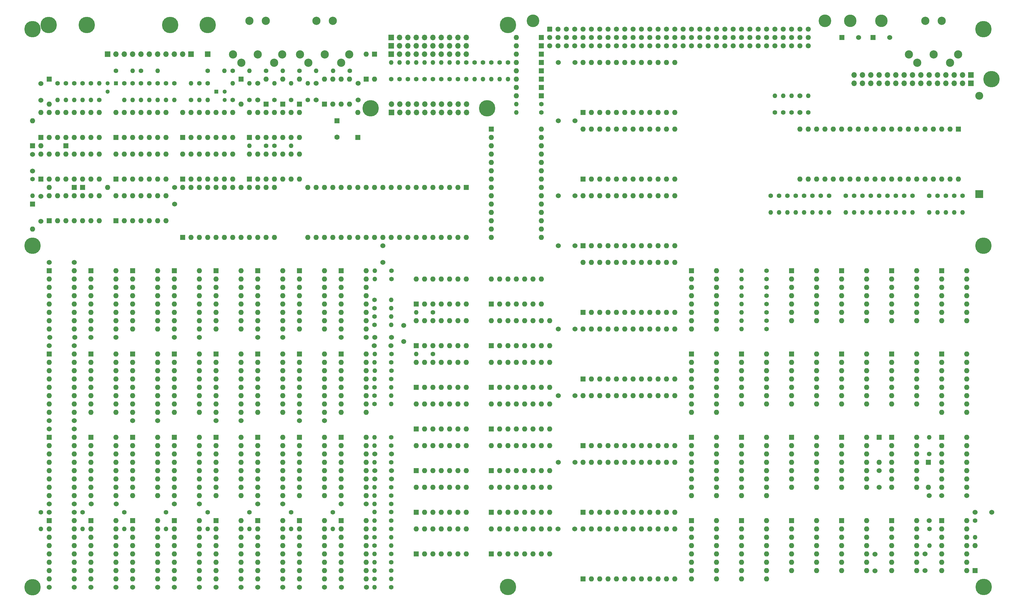
<source format=gbr>
%TF.GenerationSoftware,KiCad,Pcbnew,7.0.6-0*%
%TF.CreationDate,2023-11-17T13:24:16+02:00*%
%TF.ProjectId,main,6d61696e-2e6b-4696-9361-645f70636258,rev?*%
%TF.SameCoordinates,Original*%
%TF.FileFunction,Soldermask,Bot*%
%TF.FilePolarity,Negative*%
%FSLAX46Y46*%
G04 Gerber Fmt 4.6, Leading zero omitted, Abs format (unit mm)*
G04 Created by KiCad (PCBNEW 7.0.6-0) date 2023-11-17 13:24:16*
%MOMM*%
%LPD*%
G01*
G04 APERTURE LIST*
G04 Aperture macros list*
%AMRoundRect*
0 Rectangle with rounded corners*
0 $1 Rounding radius*
0 $2 $3 $4 $5 $6 $7 $8 $9 X,Y pos of 4 corners*
0 Add a 4 corners polygon primitive as box body*
4,1,4,$2,$3,$4,$5,$6,$7,$8,$9,$2,$3,0*
0 Add four circle primitives for the rounded corners*
1,1,$1+$1,$2,$3*
1,1,$1+$1,$4,$5*
1,1,$1+$1,$6,$7*
1,1,$1+$1,$8,$9*
0 Add four rect primitives between the rounded corners*
20,1,$1+$1,$2,$3,$4,$5,0*
20,1,$1+$1,$4,$5,$6,$7,0*
20,1,$1+$1,$6,$7,$8,$9,0*
20,1,$1+$1,$8,$9,$2,$3,0*%
G04 Aperture macros list end*
%ADD10C,1.400000*%
%ADD11O,1.400000X1.400000*%
%ADD12R,1.600000X1.600000*%
%ADD13O,1.600000X1.600000*%
%ADD14C,1.524000*%
%ADD15C,1.600000*%
%ADD16R,1.300000X1.300000*%
%ADD17C,1.300000*%
%ADD18C,2.500000*%
%ADD19R,1.700000X1.700000*%
%ADD20O,1.700000X1.700000*%
%ADD21R,2.400000X2.400000*%
%ADD22O,2.400000X2.400000*%
%ADD23C,5.000000*%
%ADD24C,1.500000*%
%ADD25C,3.850000*%
%ADD26RoundRect,0.249999X-0.525001X-0.525001X0.525001X-0.525001X0.525001X0.525001X-0.525001X0.525001X0*%
%ADD27C,1.550000*%
%ADD28R,1.524000X1.524000*%
%ADD29C,3.800000*%
G04 APERTURE END LIST*
D10*
%TO.C,R12*%
X109778800Y-202565000D03*
D11*
X109778800Y-207645000D03*
%TD*%
D10*
%TO.C,R69*%
X274878800Y-80645000D03*
D11*
X274878800Y-75565000D03*
%TD*%
D10*
%TO.C,R14*%
X84378800Y-202565000D03*
D11*
X84378800Y-207645000D03*
%TD*%
D10*
%TO.C,R17*%
X46278800Y-202565000D03*
D11*
X46278800Y-207645000D03*
%TD*%
D10*
%TO.C,R16*%
X58978800Y-202565000D03*
D11*
X58978800Y-207645000D03*
%TD*%
D10*
%TO.C,R15*%
X71678800Y-202565000D03*
D11*
X71678800Y-207645000D03*
%TD*%
D10*
%TO.C,R11*%
X122478800Y-202565000D03*
D11*
X122478800Y-207645000D03*
%TD*%
D10*
%TO.C,R68*%
X272338800Y-80645000D03*
D11*
X272338800Y-75565000D03*
%TD*%
D10*
%TO.C,R13*%
X97078800Y-202565000D03*
D11*
X97078800Y-207645000D03*
%TD*%
D10*
%TO.C,R67*%
X269798800Y-80645000D03*
D11*
X269798800Y-75565000D03*
%TD*%
D12*
%TO.C,D2*%
X316534800Y-187325000D03*
D13*
X316534800Y-194945000D03*
%TD*%
D14*
%TO.C,C41*%
X277418800Y-80645000D03*
X277418800Y-75565000D03*
%TD*%
D12*
%TO.C,D1*%
X330758800Y-220345000D03*
D13*
X330758800Y-212725000D03*
%TD*%
D12*
%TO.C,D3*%
X301548800Y-179705000D03*
D13*
X301548800Y-187325000D03*
%TD*%
D14*
%TO.C,C16*%
X203838800Y-187325000D03*
X208918800Y-187325000D03*
%TD*%
%TO.C,C22*%
X203838800Y-167005000D03*
X208918800Y-167005000D03*
%TD*%
%TO.C,C31*%
X203838800Y-146685000D03*
X208918800Y-146685000D03*
%TD*%
%TO.C,C38*%
X203838800Y-106045000D03*
X208918800Y-106045000D03*
%TD*%
%TO.C,C40*%
X203838800Y-83185000D03*
X208918800Y-83185000D03*
%TD*%
D12*
%TO.C,D4*%
X48818800Y-70485000D03*
D13*
X48818800Y-78105000D03*
%TD*%
D12*
%TO.C,DBR1*%
X53898800Y-90805000D03*
D13*
X46278800Y-90805000D03*
%TD*%
D12*
%TO.C,DBR5*%
X56438800Y-103505000D03*
D13*
X48818800Y-103505000D03*
%TD*%
D12*
%TO.C,DBR4*%
X43738800Y-108585000D03*
D13*
X43738800Y-116205000D03*
%TD*%
D14*
%TO.C,C23*%
X48818800Y-151765000D03*
X56438800Y-151765000D03*
%TD*%
%TO.C,C7*%
X48818800Y-202577700D03*
X56438800Y-202577700D03*
%TD*%
%TO.C,C32*%
X48818800Y-126365000D03*
X56438800Y-126365000D03*
%TD*%
%TO.C,C12*%
X112318800Y-200025000D03*
X119938800Y-200025000D03*
%TD*%
%TO.C,C13*%
X137718800Y-200025000D03*
X145338800Y-200025000D03*
%TD*%
%TO.C,C25*%
X48938800Y-149225000D03*
X56558800Y-149225000D03*
%TD*%
%TO.C,C21*%
X125018800Y-174625000D03*
X132638800Y-174625000D03*
%TD*%
%TO.C,C20*%
X99618800Y-174625000D03*
X107238800Y-174625000D03*
%TD*%
%TO.C,C26*%
X69138800Y-149225000D03*
X61518800Y-149225000D03*
%TD*%
%TO.C,C11*%
X86918800Y-200025000D03*
X94538800Y-200025000D03*
%TD*%
%TO.C,C29*%
X145338800Y-149225000D03*
X137718800Y-149225000D03*
%TD*%
%TO.C,C28*%
X119938800Y-149225000D03*
X112318800Y-149225000D03*
%TD*%
%TO.C,C27*%
X94538800Y-149225000D03*
X86918800Y-149225000D03*
%TD*%
%TO.C,C19*%
X74218800Y-174625000D03*
X81838800Y-174625000D03*
%TD*%
%TO.C,C10*%
X61588000Y-200025000D03*
X69208000Y-200025000D03*
%TD*%
%TO.C,C9*%
X56438800Y-200025000D03*
X48818800Y-200025000D03*
%TD*%
%TO.C,C2*%
X74218800Y-225425000D03*
X81838800Y-225425000D03*
%TD*%
%TO.C,C1*%
X48818800Y-225425000D03*
X56438800Y-225425000D03*
%TD*%
D12*
%TO.C,U86*%
X69138800Y-88265000D03*
D13*
X71678800Y-88265000D03*
X74218800Y-88265000D03*
X76758800Y-88265000D03*
X79298800Y-88265000D03*
X81838800Y-88265000D03*
X84378800Y-88265000D03*
X84378800Y-80645000D03*
X81838800Y-80645000D03*
X79298800Y-80645000D03*
X76758800Y-80645000D03*
X74218800Y-80645000D03*
X71678800Y-80645000D03*
X69138800Y-80645000D03*
%TD*%
D12*
%TO.C,U78*%
X69138800Y-113665000D03*
D13*
X71678800Y-113665000D03*
X74218800Y-113665000D03*
X76758800Y-113665000D03*
X79298800Y-113665000D03*
X81838800Y-113665000D03*
X84378800Y-113665000D03*
X84378800Y-106045000D03*
X81838800Y-106045000D03*
X79298800Y-106045000D03*
X76758800Y-106045000D03*
X74218800Y-106045000D03*
X71678800Y-106045000D03*
X69138800Y-106045000D03*
%TD*%
D12*
%TO.C,U77*%
X48818800Y-113665000D03*
D13*
X51358800Y-113665000D03*
X53898800Y-113665000D03*
X56438800Y-113665000D03*
X58978800Y-113665000D03*
X61518800Y-113665000D03*
X64058800Y-113665000D03*
X64058800Y-106045000D03*
X61518800Y-106045000D03*
X58978800Y-106045000D03*
X56438800Y-106045000D03*
X53898800Y-106045000D03*
X51358800Y-106045000D03*
X48818800Y-106045000D03*
%TD*%
D12*
%TO.C,U80*%
X46278800Y-100965000D03*
D13*
X48818800Y-100965000D03*
X51358800Y-100965000D03*
X53898800Y-100965000D03*
X56438800Y-100965000D03*
X58978800Y-100965000D03*
X61518800Y-100965000D03*
X64058800Y-100965000D03*
X64058800Y-93345000D03*
X61518800Y-93345000D03*
X58978800Y-93345000D03*
X56438800Y-93345000D03*
X53898800Y-93345000D03*
X51358800Y-93345000D03*
X48818800Y-93345000D03*
X46278800Y-93345000D03*
%TD*%
D12*
%TO.C,U83*%
X109778800Y-100965000D03*
D13*
X112318800Y-100965000D03*
X114858800Y-100965000D03*
X117398800Y-100965000D03*
X119938800Y-100965000D03*
X122478800Y-100965000D03*
X125018800Y-100965000D03*
X125018800Y-93345000D03*
X122478800Y-93345000D03*
X119938800Y-93345000D03*
X117398800Y-93345000D03*
X114858800Y-93345000D03*
X112318800Y-93345000D03*
X109778800Y-93345000D03*
%TD*%
D12*
%TO.C,U81*%
X69138800Y-100965000D03*
D13*
X71678800Y-100965000D03*
X74218800Y-100965000D03*
X76758800Y-100965000D03*
X79298800Y-100965000D03*
X81838800Y-100965000D03*
X84378800Y-100965000D03*
X84378800Y-93345000D03*
X81838800Y-93345000D03*
X79298800Y-93345000D03*
X76758800Y-93345000D03*
X74218800Y-93345000D03*
X71678800Y-93345000D03*
X69138800Y-93345000D03*
%TD*%
D12*
%TO.C,U88*%
X109778800Y-88265000D03*
D13*
X112318800Y-88265000D03*
X114858800Y-88265000D03*
X117398800Y-88265000D03*
X119938800Y-88265000D03*
X122478800Y-88265000D03*
X125018800Y-88265000D03*
X125018800Y-80645000D03*
X122478800Y-80645000D03*
X119938800Y-80645000D03*
X117398800Y-80645000D03*
X114858800Y-80645000D03*
X112318800Y-80645000D03*
X109778800Y-80645000D03*
%TD*%
D12*
%TO.C,U37*%
X320598800Y-179705000D03*
D13*
X320598800Y-182245000D03*
X320598800Y-184785000D03*
X320598800Y-187325000D03*
X320598800Y-189865000D03*
X320598800Y-192405000D03*
X320598800Y-194945000D03*
X328218800Y-194945000D03*
X328218800Y-192405000D03*
X328218800Y-189865000D03*
X328218800Y-187325000D03*
X328218800Y-184785000D03*
X328218800Y-182245000D03*
X328218800Y-179705000D03*
%TD*%
D12*
%TO.C,U52*%
X259638800Y-154305000D03*
D13*
X259638800Y-156845000D03*
X259638800Y-159385000D03*
X259638800Y-161925000D03*
X259638800Y-164465000D03*
X259638800Y-167005000D03*
X259638800Y-169545000D03*
X267258800Y-169545000D03*
X267258800Y-167005000D03*
X267258800Y-164465000D03*
X267258800Y-161925000D03*
X267258800Y-159385000D03*
X267258800Y-156845000D03*
X267258800Y-154305000D03*
%TD*%
D12*
%TO.C,U36*%
X305358800Y-179705000D03*
D13*
X305358800Y-182245000D03*
X305358800Y-184785000D03*
X305358800Y-187325000D03*
X305358800Y-189865000D03*
X305358800Y-192405000D03*
X305358800Y-194945000D03*
X312978800Y-194945000D03*
X312978800Y-192405000D03*
X312978800Y-189865000D03*
X312978800Y-187325000D03*
X312978800Y-184785000D03*
X312978800Y-182245000D03*
X312978800Y-179705000D03*
%TD*%
D12*
%TO.C,U17*%
X320598800Y-205105000D03*
D13*
X320598800Y-207645000D03*
X320598800Y-210185000D03*
X320598800Y-212725000D03*
X320598800Y-215265000D03*
X320598800Y-217805000D03*
X320598800Y-220345000D03*
X328218800Y-220345000D03*
X328218800Y-217805000D03*
X328218800Y-215265000D03*
X328218800Y-212725000D03*
X328218800Y-210185000D03*
X328218800Y-207645000D03*
X328218800Y-205105000D03*
%TD*%
D12*
%TO.C,U16*%
X305358800Y-205105000D03*
D13*
X305358800Y-207645000D03*
X305358800Y-210185000D03*
X305358800Y-212725000D03*
X305358800Y-215265000D03*
X305358800Y-217805000D03*
X305358800Y-220345000D03*
X312978800Y-220345000D03*
X312978800Y-217805000D03*
X312978800Y-215265000D03*
X312978800Y-212725000D03*
X312978800Y-210185000D03*
X312978800Y-207645000D03*
X312978800Y-205105000D03*
%TD*%
D12*
%TO.C,U14*%
X274878800Y-205105000D03*
D13*
X274878800Y-207645000D03*
X274878800Y-210185000D03*
X274878800Y-212725000D03*
X274878800Y-215265000D03*
X274878800Y-217805000D03*
X274878800Y-220345000D03*
X282498800Y-220345000D03*
X282498800Y-217805000D03*
X282498800Y-215265000D03*
X282498800Y-212725000D03*
X282498800Y-210185000D03*
X282498800Y-207645000D03*
X282498800Y-205105000D03*
%TD*%
D12*
%TO.C,U76*%
X89458800Y-118745000D03*
D13*
X91998800Y-118745000D03*
X94538800Y-118745000D03*
X97078800Y-118745000D03*
X99618800Y-118745000D03*
X102158800Y-118745000D03*
X104698800Y-118745000D03*
X107238800Y-118745000D03*
X109778800Y-118745000D03*
X112318800Y-118745000D03*
X114858800Y-118745000D03*
X117398800Y-118745000D03*
X117398800Y-103505000D03*
X114858800Y-103505000D03*
X112318800Y-103505000D03*
X109778800Y-103505000D03*
X107238800Y-103505000D03*
X104698800Y-103505000D03*
X102158800Y-103505000D03*
X99618800Y-103505000D03*
X97078800Y-103505000D03*
X94538800Y-103505000D03*
X91998800Y-103505000D03*
X89458800Y-103505000D03*
%TD*%
D12*
%TO.C,U90*%
X325678800Y-85725000D03*
D13*
X323138800Y-85725000D03*
X320598800Y-85725000D03*
X318058800Y-85725000D03*
X315518800Y-85725000D03*
X312978800Y-85725000D03*
X310438800Y-85725000D03*
X307898800Y-85725000D03*
X305358800Y-85725000D03*
X302818800Y-85725000D03*
X300278800Y-85725000D03*
X297738800Y-85725000D03*
X295198800Y-85725000D03*
X292658800Y-85725000D03*
X290118800Y-85725000D03*
X287578800Y-85725000D03*
X285038800Y-85725000D03*
X282498800Y-85725000D03*
X279958800Y-85725000D03*
X277418800Y-85725000D03*
X277418800Y-100965000D03*
X279958800Y-100965000D03*
X282498800Y-100965000D03*
X285038800Y-100965000D03*
X287578800Y-100965000D03*
X290118800Y-100965000D03*
X292658800Y-100965000D03*
X295198800Y-100965000D03*
X297738800Y-100965000D03*
X300278800Y-100965000D03*
X302818800Y-100965000D03*
X305358800Y-100965000D03*
X307898800Y-100965000D03*
X310438800Y-100965000D03*
X312978800Y-100965000D03*
X315518800Y-100965000D03*
X318058800Y-100965000D03*
X320598800Y-100965000D03*
X323138800Y-100965000D03*
X325678800Y-100965000D03*
%TD*%
D12*
%TO.C,U75*%
X211378800Y-121285000D03*
D13*
X213918800Y-121285000D03*
X216458800Y-121285000D03*
X218998800Y-121285000D03*
X221538800Y-121285000D03*
X224078800Y-121285000D03*
X226618800Y-121285000D03*
X229158800Y-121285000D03*
X231698800Y-121285000D03*
X234238800Y-121285000D03*
X236778800Y-121285000D03*
X239318800Y-121285000D03*
X239318800Y-106045000D03*
X236778800Y-106045000D03*
X234238800Y-106045000D03*
X231698800Y-106045000D03*
X229158800Y-106045000D03*
X226618800Y-106045000D03*
X224078800Y-106045000D03*
X221538800Y-106045000D03*
X218998800Y-106045000D03*
X216458800Y-106045000D03*
X213918800Y-106045000D03*
X211378800Y-106045000D03*
%TD*%
D12*
%TO.C,U74*%
X320598800Y-128905000D03*
D13*
X320598800Y-131445000D03*
X320598800Y-133985000D03*
X320598800Y-136525000D03*
X320598800Y-139065000D03*
X320598800Y-141605000D03*
X320598800Y-144145000D03*
X328218800Y-144145000D03*
X328218800Y-141605000D03*
X328218800Y-139065000D03*
X328218800Y-136525000D03*
X328218800Y-133985000D03*
X328218800Y-131445000D03*
X328218800Y-128905000D03*
%TD*%
D12*
%TO.C,U73*%
X305358800Y-128905000D03*
D13*
X305358800Y-131445000D03*
X305358800Y-133985000D03*
X305358800Y-136525000D03*
X305358800Y-139065000D03*
X305358800Y-141605000D03*
X305358800Y-144145000D03*
X312978800Y-144145000D03*
X312978800Y-141605000D03*
X312978800Y-139065000D03*
X312978800Y-136525000D03*
X312978800Y-133985000D03*
X312978800Y-131445000D03*
X312978800Y-128905000D03*
%TD*%
D12*
%TO.C,U72*%
X290118800Y-128905000D03*
D13*
X290118800Y-131445000D03*
X290118800Y-133985000D03*
X290118800Y-136525000D03*
X290118800Y-139065000D03*
X290118800Y-141605000D03*
X290118800Y-144145000D03*
X297738800Y-144145000D03*
X297738800Y-141605000D03*
X297738800Y-139065000D03*
X297738800Y-136525000D03*
X297738800Y-133985000D03*
X297738800Y-131445000D03*
X297738800Y-128905000D03*
%TD*%
D12*
%TO.C,U68*%
X125018800Y-128905000D03*
D13*
X125018800Y-131445000D03*
X125018800Y-133985000D03*
X125018800Y-136525000D03*
X125018800Y-139065000D03*
X125018800Y-141605000D03*
X125018800Y-144145000D03*
X125018800Y-146685000D03*
X132638800Y-146685000D03*
X132638800Y-144145000D03*
X132638800Y-141605000D03*
X132638800Y-139065000D03*
X132638800Y-136525000D03*
X132638800Y-133985000D03*
X132638800Y-131445000D03*
X132638800Y-128905000D03*
%TD*%
D12*
%TO.C,U71*%
X274878800Y-128905000D03*
D13*
X274878800Y-131445000D03*
X274878800Y-133985000D03*
X274878800Y-136525000D03*
X274878800Y-139065000D03*
X274878800Y-141605000D03*
X274878800Y-144145000D03*
X282498800Y-144145000D03*
X282498800Y-141605000D03*
X282498800Y-139065000D03*
X282498800Y-136525000D03*
X282498800Y-133985000D03*
X282498800Y-131445000D03*
X282498800Y-128905000D03*
%TD*%
D12*
%TO.C,U70*%
X244398800Y-128905000D03*
D13*
X244398800Y-131445000D03*
X244398800Y-133985000D03*
X244398800Y-136525000D03*
X244398800Y-139065000D03*
X244398800Y-141605000D03*
X244398800Y-144145000D03*
X244398800Y-146685000D03*
X252018800Y-146685000D03*
X252018800Y-144145000D03*
X252018800Y-141605000D03*
X252018800Y-139065000D03*
X252018800Y-136525000D03*
X252018800Y-133985000D03*
X252018800Y-131445000D03*
X252018800Y-128905000D03*
%TD*%
D12*
%TO.C,U69*%
X137718800Y-128905000D03*
D13*
X137718800Y-131445000D03*
X137718800Y-133985000D03*
X137718800Y-136525000D03*
X137718800Y-139065000D03*
X137718800Y-141605000D03*
X137718800Y-144145000D03*
X137718800Y-146685000D03*
X145338800Y-146685000D03*
X145338800Y-144145000D03*
X145338800Y-141605000D03*
X145338800Y-139065000D03*
X145338800Y-136525000D03*
X145338800Y-133985000D03*
X145338800Y-131445000D03*
X145338800Y-128905000D03*
%TD*%
D12*
%TO.C,U67*%
X112318800Y-128905000D03*
D13*
X112318800Y-131445000D03*
X112318800Y-133985000D03*
X112318800Y-136525000D03*
X112318800Y-139065000D03*
X112318800Y-141605000D03*
X112318800Y-144145000D03*
X112318800Y-146685000D03*
X119938800Y-146685000D03*
X119938800Y-144145000D03*
X119938800Y-141605000D03*
X119938800Y-139065000D03*
X119938800Y-136525000D03*
X119938800Y-133985000D03*
X119938800Y-131445000D03*
X119938800Y-128905000D03*
%TD*%
D12*
%TO.C,U66*%
X99618800Y-128905000D03*
D13*
X99618800Y-131445000D03*
X99618800Y-133985000D03*
X99618800Y-136525000D03*
X99618800Y-139065000D03*
X99618800Y-141605000D03*
X99618800Y-144145000D03*
X99618800Y-146685000D03*
X107238800Y-146685000D03*
X107238800Y-144145000D03*
X107238800Y-141605000D03*
X107238800Y-139065000D03*
X107238800Y-136525000D03*
X107238800Y-133985000D03*
X107238800Y-131445000D03*
X107238800Y-128905000D03*
%TD*%
D12*
%TO.C,U64*%
X74218800Y-128905000D03*
D13*
X74218800Y-131445000D03*
X74218800Y-133985000D03*
X74218800Y-136525000D03*
X74218800Y-139065000D03*
X74218800Y-141605000D03*
X74218800Y-144145000D03*
X74218800Y-146685000D03*
X81838800Y-146685000D03*
X81838800Y-144145000D03*
X81838800Y-141605000D03*
X81838800Y-139065000D03*
X81838800Y-136525000D03*
X81838800Y-133985000D03*
X81838800Y-131445000D03*
X81838800Y-128905000D03*
%TD*%
D12*
%TO.C,U63*%
X61518800Y-128905000D03*
D13*
X61518800Y-131445000D03*
X61518800Y-133985000D03*
X61518800Y-136525000D03*
X61518800Y-139065000D03*
X61518800Y-141605000D03*
X61518800Y-144145000D03*
X61518800Y-146685000D03*
X69138800Y-146685000D03*
X69138800Y-144145000D03*
X69138800Y-141605000D03*
X69138800Y-139065000D03*
X69138800Y-136525000D03*
X69138800Y-133985000D03*
X69138800Y-131445000D03*
X69138800Y-128905000D03*
%TD*%
D12*
%TO.C,U46*%
X86918800Y-154305000D03*
D13*
X86918800Y-156845000D03*
X86918800Y-159385000D03*
X86918800Y-161925000D03*
X86918800Y-164465000D03*
X86918800Y-167005000D03*
X86918800Y-169545000D03*
X86918800Y-172085000D03*
X94538800Y-172085000D03*
X94538800Y-169545000D03*
X94538800Y-167005000D03*
X94538800Y-164465000D03*
X94538800Y-161925000D03*
X94538800Y-159385000D03*
X94538800Y-156845000D03*
X94538800Y-154305000D03*
%TD*%
D12*
%TO.C,U62*%
X48818800Y-128905000D03*
D13*
X48818800Y-131445000D03*
X48818800Y-133985000D03*
X48818800Y-136525000D03*
X48818800Y-139065000D03*
X48818800Y-141605000D03*
X48818800Y-144145000D03*
X48818800Y-146685000D03*
X56438800Y-146685000D03*
X56438800Y-144145000D03*
X56438800Y-141605000D03*
X56438800Y-139065000D03*
X56438800Y-136525000D03*
X56438800Y-133985000D03*
X56438800Y-131445000D03*
X56438800Y-128905000D03*
%TD*%
D12*
%TO.C,U60*%
X160578800Y-139065000D03*
D13*
X163118800Y-139065000D03*
X165658800Y-139065000D03*
X168198800Y-139065000D03*
X170738800Y-139065000D03*
X173278800Y-139065000D03*
X175818800Y-139065000D03*
X175818800Y-131445000D03*
X173278800Y-131445000D03*
X170738800Y-131445000D03*
X168198800Y-131445000D03*
X165658800Y-131445000D03*
X163118800Y-131445000D03*
X160578800Y-131445000D03*
%TD*%
D12*
%TO.C,U59*%
X211378800Y-141605000D03*
D13*
X213918800Y-141605000D03*
X216458800Y-141605000D03*
X218998800Y-141605000D03*
X221538800Y-141605000D03*
X224078800Y-141605000D03*
X226618800Y-141605000D03*
X229158800Y-141605000D03*
X231698800Y-141605000D03*
X234238800Y-141605000D03*
X236778800Y-141605000D03*
X239318800Y-141605000D03*
X239318800Y-126365000D03*
X236778800Y-126365000D03*
X234238800Y-126365000D03*
X231698800Y-126365000D03*
X229158800Y-126365000D03*
X226618800Y-126365000D03*
X224078800Y-126365000D03*
X221538800Y-126365000D03*
X218998800Y-126365000D03*
X216458800Y-126365000D03*
X213918800Y-126365000D03*
X211378800Y-126365000D03*
%TD*%
D12*
%TO.C,U57*%
X160578800Y-151765000D03*
D13*
X163118800Y-151765000D03*
X165658800Y-151765000D03*
X168198800Y-151765000D03*
X170738800Y-151765000D03*
X173278800Y-151765000D03*
X175818800Y-151765000D03*
X175818800Y-144145000D03*
X173278800Y-144145000D03*
X170738800Y-144145000D03*
X168198800Y-144145000D03*
X165658800Y-144145000D03*
X163118800Y-144145000D03*
X160578800Y-144145000D03*
%TD*%
D12*
%TO.C,U50*%
X137718800Y-154305000D03*
D13*
X137718800Y-156845000D03*
X137718800Y-159385000D03*
X137718800Y-161925000D03*
X137718800Y-164465000D03*
X137718800Y-167005000D03*
X137718800Y-169545000D03*
X137718800Y-172085000D03*
X145338800Y-172085000D03*
X145338800Y-169545000D03*
X145338800Y-167005000D03*
X145338800Y-164465000D03*
X145338800Y-161925000D03*
X145338800Y-159385000D03*
X145338800Y-156845000D03*
X145338800Y-154305000D03*
%TD*%
D12*
%TO.C,U48*%
X112318800Y-154305000D03*
D13*
X112318800Y-156845000D03*
X112318800Y-159385000D03*
X112318800Y-161925000D03*
X112318800Y-164465000D03*
X112318800Y-167005000D03*
X112318800Y-169545000D03*
X112318800Y-172085000D03*
X119938800Y-172085000D03*
X119938800Y-169545000D03*
X119938800Y-167005000D03*
X119938800Y-164465000D03*
X119938800Y-161925000D03*
X119938800Y-159385000D03*
X119938800Y-156845000D03*
X119938800Y-154305000D03*
%TD*%
D12*
%TO.C,U51*%
X244398800Y-154305000D03*
D13*
X244398800Y-156845000D03*
X244398800Y-159385000D03*
X244398800Y-161925000D03*
X244398800Y-164465000D03*
X244398800Y-167005000D03*
X244398800Y-169545000D03*
X244398800Y-172085000D03*
X252018800Y-172085000D03*
X252018800Y-169545000D03*
X252018800Y-167005000D03*
X252018800Y-164465000D03*
X252018800Y-161925000D03*
X252018800Y-159385000D03*
X252018800Y-156845000D03*
X252018800Y-154305000D03*
%TD*%
D12*
%TO.C,U45*%
X74218800Y-154305000D03*
D13*
X74218800Y-156845000D03*
X74218800Y-159385000D03*
X74218800Y-161925000D03*
X74218800Y-164465000D03*
X74218800Y-167005000D03*
X74218800Y-169545000D03*
X74218800Y-172085000D03*
X81838800Y-172085000D03*
X81838800Y-169545000D03*
X81838800Y-167005000D03*
X81838800Y-164465000D03*
X81838800Y-161925000D03*
X81838800Y-159385000D03*
X81838800Y-156845000D03*
X81838800Y-154305000D03*
%TD*%
D12*
%TO.C,U54*%
X290118800Y-154305000D03*
D13*
X290118800Y-156845000D03*
X290118800Y-159385000D03*
X290118800Y-161925000D03*
X290118800Y-164465000D03*
X290118800Y-167005000D03*
X290118800Y-169545000D03*
X297738800Y-169545000D03*
X297738800Y-167005000D03*
X297738800Y-164465000D03*
X297738800Y-161925000D03*
X297738800Y-159385000D03*
X297738800Y-156845000D03*
X297738800Y-154305000D03*
%TD*%
D12*
%TO.C,U53*%
X274878800Y-154305000D03*
D13*
X274878800Y-156845000D03*
X274878800Y-159385000D03*
X274878800Y-161925000D03*
X274878800Y-164465000D03*
X274878800Y-167005000D03*
X274878800Y-169545000D03*
X282498800Y-169545000D03*
X282498800Y-167005000D03*
X282498800Y-164465000D03*
X282498800Y-161925000D03*
X282498800Y-159385000D03*
X282498800Y-156845000D03*
X282498800Y-154305000D03*
%TD*%
D12*
%TO.C,U49*%
X125018800Y-154305000D03*
D13*
X125018800Y-156845000D03*
X125018800Y-159385000D03*
X125018800Y-161925000D03*
X125018800Y-164465000D03*
X125018800Y-167005000D03*
X125018800Y-169545000D03*
X125018800Y-172085000D03*
X132638800Y-172085000D03*
X132638800Y-169545000D03*
X132638800Y-167005000D03*
X132638800Y-164465000D03*
X132638800Y-161925000D03*
X132638800Y-159385000D03*
X132638800Y-156845000D03*
X132638800Y-154305000D03*
%TD*%
D12*
%TO.C,U47*%
X99618800Y-154305000D03*
D13*
X99618800Y-156845000D03*
X99618800Y-159385000D03*
X99618800Y-161925000D03*
X99618800Y-164465000D03*
X99618800Y-167005000D03*
X99618800Y-169545000D03*
X99618800Y-172085000D03*
X107238800Y-172085000D03*
X107238800Y-169545000D03*
X107238800Y-167005000D03*
X107238800Y-164465000D03*
X107238800Y-161925000D03*
X107238800Y-159385000D03*
X107238800Y-156845000D03*
X107238800Y-154305000D03*
%TD*%
D12*
%TO.C,U42*%
X211378800Y-161925000D03*
D13*
X213918800Y-161925000D03*
X216458800Y-161925000D03*
X218998800Y-161925000D03*
X221538800Y-161925000D03*
X224078800Y-161925000D03*
X226618800Y-161925000D03*
X229158800Y-161925000D03*
X231698800Y-161925000D03*
X234238800Y-161925000D03*
X236778800Y-161925000D03*
X239318800Y-161925000D03*
X239318800Y-146685000D03*
X236778800Y-146685000D03*
X234238800Y-146685000D03*
X231698800Y-146685000D03*
X229158800Y-146685000D03*
X226618800Y-146685000D03*
X224078800Y-146685000D03*
X221538800Y-146685000D03*
X218998800Y-146685000D03*
X216458800Y-146685000D03*
X213918800Y-146685000D03*
X211378800Y-146685000D03*
%TD*%
D12*
%TO.C,U41*%
X183438800Y-164465000D03*
D13*
X185978800Y-164465000D03*
X188518800Y-164465000D03*
X191058800Y-164465000D03*
X193598800Y-164465000D03*
X196138800Y-164465000D03*
X198678800Y-164465000D03*
X201218800Y-164465000D03*
X201218800Y-156845000D03*
X198678800Y-156845000D03*
X196138800Y-156845000D03*
X193598800Y-156845000D03*
X191058800Y-156845000D03*
X188518800Y-156845000D03*
X185978800Y-156845000D03*
X183438800Y-156845000D03*
%TD*%
D12*
%TO.C,U38*%
X160578800Y-177165000D03*
D13*
X163118800Y-177165000D03*
X165658800Y-177165000D03*
X168198800Y-177165000D03*
X170738800Y-177165000D03*
X173278800Y-177165000D03*
X175818800Y-177165000D03*
X175818800Y-169545000D03*
X173278800Y-169545000D03*
X170738800Y-169545000D03*
X168198800Y-169545000D03*
X165658800Y-169545000D03*
X163118800Y-169545000D03*
X160578800Y-169545000D03*
%TD*%
D12*
%TO.C,U33*%
X259638800Y-179705000D03*
D13*
X259638800Y-182245000D03*
X259638800Y-184785000D03*
X259638800Y-187325000D03*
X259638800Y-189865000D03*
X259638800Y-192405000D03*
X259638800Y-194945000D03*
X259638800Y-197485000D03*
X267258800Y-197485000D03*
X267258800Y-194945000D03*
X267258800Y-192405000D03*
X267258800Y-189865000D03*
X267258800Y-187325000D03*
X267258800Y-184785000D03*
X267258800Y-182245000D03*
X267258800Y-179705000D03*
%TD*%
D12*
%TO.C,U32*%
X244398800Y-179705000D03*
D13*
X244398800Y-182245000D03*
X244398800Y-184785000D03*
X244398800Y-187325000D03*
X244398800Y-189865000D03*
X244398800Y-192405000D03*
X244398800Y-194945000D03*
X244398800Y-197485000D03*
X252018800Y-197485000D03*
X252018800Y-194945000D03*
X252018800Y-192405000D03*
X252018800Y-189865000D03*
X252018800Y-187325000D03*
X252018800Y-184785000D03*
X252018800Y-182245000D03*
X252018800Y-179705000D03*
%TD*%
D12*
%TO.C,U8*%
X99618800Y-205105000D03*
D13*
X99618800Y-207645000D03*
X99618800Y-210185000D03*
X99618800Y-212725000D03*
X99618800Y-215265000D03*
X99618800Y-217805000D03*
X99618800Y-220345000D03*
X99618800Y-222885000D03*
X107238800Y-222885000D03*
X107238800Y-220345000D03*
X107238800Y-217805000D03*
X107238800Y-215265000D03*
X107238800Y-212725000D03*
X107238800Y-210185000D03*
X107238800Y-207645000D03*
X107238800Y-205105000D03*
%TD*%
D12*
%TO.C,U19*%
X160578800Y-202565000D03*
D13*
X163118800Y-202565000D03*
X165658800Y-202565000D03*
X168198800Y-202565000D03*
X170738800Y-202565000D03*
X173278800Y-202565000D03*
X175818800Y-202565000D03*
X175818800Y-194945000D03*
X173278800Y-194945000D03*
X170738800Y-194945000D03*
X168198800Y-194945000D03*
X165658800Y-194945000D03*
X163118800Y-194945000D03*
X160578800Y-194945000D03*
%TD*%
D12*
%TO.C,U12*%
X244398800Y-205105000D03*
D13*
X244398800Y-207645000D03*
X244398800Y-210185000D03*
X244398800Y-212725000D03*
X244398800Y-215265000D03*
X244398800Y-217805000D03*
X244398800Y-220345000D03*
X244398800Y-222885000D03*
X252018800Y-222885000D03*
X252018800Y-220345000D03*
X252018800Y-217805000D03*
X252018800Y-215265000D03*
X252018800Y-212725000D03*
X252018800Y-210185000D03*
X252018800Y-207645000D03*
X252018800Y-205105000D03*
%TD*%
D12*
%TO.C,U31*%
X137718800Y-179705000D03*
D13*
X137718800Y-182245000D03*
X137718800Y-184785000D03*
X137718800Y-187325000D03*
X137718800Y-189865000D03*
X137718800Y-192405000D03*
X137718800Y-194945000D03*
X137718800Y-197485000D03*
X145338800Y-197485000D03*
X145338800Y-194945000D03*
X145338800Y-192405000D03*
X145338800Y-189865000D03*
X145338800Y-187325000D03*
X145338800Y-184785000D03*
X145338800Y-182245000D03*
X145338800Y-179705000D03*
%TD*%
D12*
%TO.C,U25*%
X61518800Y-179705000D03*
D13*
X61518800Y-182245000D03*
X61518800Y-184785000D03*
X61518800Y-187325000D03*
X61518800Y-189865000D03*
X61518800Y-192405000D03*
X61518800Y-194945000D03*
X61518800Y-197485000D03*
X69138800Y-197485000D03*
X69138800Y-194945000D03*
X69138800Y-192405000D03*
X69138800Y-189865000D03*
X69138800Y-187325000D03*
X69138800Y-184785000D03*
X69138800Y-182245000D03*
X69138800Y-179705000D03*
%TD*%
D12*
%TO.C,U10*%
X125018800Y-205105000D03*
D13*
X125018800Y-207645000D03*
X125018800Y-210185000D03*
X125018800Y-212725000D03*
X125018800Y-215265000D03*
X125018800Y-217805000D03*
X125018800Y-220345000D03*
X125018800Y-222885000D03*
X132638800Y-222885000D03*
X132638800Y-220345000D03*
X132638800Y-217805000D03*
X132638800Y-215265000D03*
X132638800Y-212725000D03*
X132638800Y-210185000D03*
X132638800Y-207645000D03*
X132638800Y-205105000D03*
%TD*%
D12*
%TO.C,U3*%
X183438800Y-215265000D03*
D13*
X185978800Y-215265000D03*
X188518800Y-215265000D03*
X191058800Y-215265000D03*
X193598800Y-215265000D03*
X196138800Y-215265000D03*
X198678800Y-215265000D03*
X201218800Y-215265000D03*
X201218800Y-207645000D03*
X198678800Y-207645000D03*
X196138800Y-207645000D03*
X193598800Y-207645000D03*
X191058800Y-207645000D03*
X188518800Y-207645000D03*
X185978800Y-207645000D03*
X183438800Y-207645000D03*
%TD*%
D12*
%TO.C,U20*%
X183438800Y-202565000D03*
D13*
X185978800Y-202565000D03*
X188518800Y-202565000D03*
X191058800Y-202565000D03*
X193598800Y-202565000D03*
X196138800Y-202565000D03*
X198678800Y-202565000D03*
X201218800Y-202565000D03*
X201218800Y-194945000D03*
X198678800Y-194945000D03*
X196138800Y-194945000D03*
X193598800Y-194945000D03*
X191058800Y-194945000D03*
X188518800Y-194945000D03*
X185978800Y-194945000D03*
X183438800Y-194945000D03*
%TD*%
D12*
%TO.C,U6*%
X74218800Y-205105000D03*
D13*
X74218800Y-207645000D03*
X74218800Y-210185000D03*
X74218800Y-212725000D03*
X74218800Y-215265000D03*
X74218800Y-217805000D03*
X74218800Y-220345000D03*
X74218800Y-222885000D03*
X81838800Y-222885000D03*
X81838800Y-220345000D03*
X81838800Y-217805000D03*
X81838800Y-215265000D03*
X81838800Y-212725000D03*
X81838800Y-210185000D03*
X81838800Y-207645000D03*
X81838800Y-205105000D03*
%TD*%
D12*
%TO.C,U65*%
X86918800Y-128905000D03*
D13*
X86918800Y-131445000D03*
X86918800Y-133985000D03*
X86918800Y-136525000D03*
X86918800Y-139065000D03*
X86918800Y-141605000D03*
X86918800Y-144145000D03*
X86918800Y-146685000D03*
X94538800Y-146685000D03*
X94538800Y-144145000D03*
X94538800Y-141605000D03*
X94538800Y-139065000D03*
X94538800Y-136525000D03*
X94538800Y-133985000D03*
X94538800Y-131445000D03*
X94538800Y-128905000D03*
%TD*%
D12*
%TO.C,U18*%
X211378800Y-202565000D03*
D13*
X213918800Y-202565000D03*
X216458800Y-202565000D03*
X218998800Y-202565000D03*
X221538800Y-202565000D03*
X224078800Y-202565000D03*
X226618800Y-202565000D03*
X229158800Y-202565000D03*
X231698800Y-202565000D03*
X234238800Y-202565000D03*
X236778800Y-202565000D03*
X239318800Y-202565000D03*
X239318800Y-187325000D03*
X236778800Y-187325000D03*
X234238800Y-187325000D03*
X231698800Y-187325000D03*
X229158800Y-187325000D03*
X226618800Y-187325000D03*
X224078800Y-187325000D03*
X221538800Y-187325000D03*
X218998800Y-187325000D03*
X216458800Y-187325000D03*
X213918800Y-187325000D03*
X211378800Y-187325000D03*
%TD*%
D12*
%TO.C,U29*%
X112318800Y-179705000D03*
D13*
X112318800Y-182245000D03*
X112318800Y-184785000D03*
X112318800Y-187325000D03*
X112318800Y-189865000D03*
X112318800Y-192405000D03*
X112318800Y-194945000D03*
X112318800Y-197485000D03*
X119938800Y-197485000D03*
X119938800Y-194945000D03*
X119938800Y-192405000D03*
X119938800Y-189865000D03*
X119938800Y-187325000D03*
X119938800Y-184785000D03*
X119938800Y-182245000D03*
X119938800Y-179705000D03*
%TD*%
D12*
%TO.C,U23*%
X211378800Y-182245000D03*
D13*
X213918800Y-182245000D03*
X216458800Y-182245000D03*
X218998800Y-182245000D03*
X221538800Y-182245000D03*
X224078800Y-182245000D03*
X226618800Y-182245000D03*
X229158800Y-182245000D03*
X231698800Y-182245000D03*
X234238800Y-182245000D03*
X236778800Y-182245000D03*
X239318800Y-182245000D03*
X239318800Y-167005000D03*
X236778800Y-167005000D03*
X234238800Y-167005000D03*
X231698800Y-167005000D03*
X229158800Y-167005000D03*
X226618800Y-167005000D03*
X224078800Y-167005000D03*
X221538800Y-167005000D03*
X218998800Y-167005000D03*
X216458800Y-167005000D03*
X213918800Y-167005000D03*
X211378800Y-167005000D03*
%TD*%
D12*
%TO.C,U9*%
X112318800Y-205105000D03*
D13*
X112318800Y-207645000D03*
X112318800Y-210185000D03*
X112318800Y-212725000D03*
X112318800Y-215265000D03*
X112318800Y-217805000D03*
X112318800Y-220345000D03*
X112318800Y-222885000D03*
X119938800Y-222885000D03*
X119938800Y-220345000D03*
X119938800Y-217805000D03*
X119938800Y-215265000D03*
X119938800Y-212725000D03*
X119938800Y-210185000D03*
X119938800Y-207645000D03*
X119938800Y-205105000D03*
%TD*%
D12*
%TO.C,U39*%
X183438800Y-177165000D03*
D13*
X185978800Y-177165000D03*
X188518800Y-177165000D03*
X191058800Y-177165000D03*
X193598800Y-177165000D03*
X196138800Y-177165000D03*
X198678800Y-177165000D03*
X201218800Y-177165000D03*
X201218800Y-169545000D03*
X198678800Y-169545000D03*
X196138800Y-169545000D03*
X193598800Y-169545000D03*
X191058800Y-169545000D03*
X188518800Y-169545000D03*
X185978800Y-169545000D03*
X183438800Y-169545000D03*
%TD*%
D12*
%TO.C,U26*%
X74218800Y-179705000D03*
D13*
X74218800Y-182245000D03*
X74218800Y-184785000D03*
X74218800Y-187325000D03*
X74218800Y-189865000D03*
X74218800Y-192405000D03*
X74218800Y-194945000D03*
X74218800Y-197485000D03*
X81838800Y-197485000D03*
X81838800Y-194945000D03*
X81838800Y-192405000D03*
X81838800Y-189865000D03*
X81838800Y-187325000D03*
X81838800Y-184785000D03*
X81838800Y-182245000D03*
X81838800Y-179705000D03*
%TD*%
D12*
%TO.C,U43*%
X48818800Y-154305000D03*
D13*
X48818800Y-156845000D03*
X48818800Y-159385000D03*
X48818800Y-161925000D03*
X48818800Y-164465000D03*
X48818800Y-167005000D03*
X48818800Y-169545000D03*
X48818800Y-172085000D03*
X56438800Y-172085000D03*
X56438800Y-169545000D03*
X56438800Y-167005000D03*
X56438800Y-164465000D03*
X56438800Y-161925000D03*
X56438800Y-159385000D03*
X56438800Y-156845000D03*
X56438800Y-154305000D03*
%TD*%
D12*
%TO.C,U15*%
X290118800Y-205105000D03*
D13*
X290118800Y-207645000D03*
X290118800Y-210185000D03*
X290118800Y-212725000D03*
X290118800Y-215265000D03*
X290118800Y-217805000D03*
X290118800Y-220345000D03*
X297738800Y-220345000D03*
X297738800Y-217805000D03*
X297738800Y-215265000D03*
X297738800Y-212725000D03*
X297738800Y-210185000D03*
X297738800Y-207645000D03*
X297738800Y-205105000D03*
%TD*%
D12*
%TO.C,U2*%
X160578800Y-215265000D03*
D13*
X163118800Y-215265000D03*
X165658800Y-215265000D03*
X168198800Y-215265000D03*
X170738800Y-215265000D03*
X173278800Y-215265000D03*
X175818800Y-215265000D03*
X175818800Y-207645000D03*
X173278800Y-207645000D03*
X170738800Y-207645000D03*
X168198800Y-207645000D03*
X165658800Y-207645000D03*
X163118800Y-207645000D03*
X160578800Y-207645000D03*
%TD*%
D12*
%TO.C,U24*%
X48818800Y-179705000D03*
D13*
X48818800Y-182245000D03*
X48818800Y-184785000D03*
X48818800Y-187325000D03*
X48818800Y-189865000D03*
X48818800Y-192405000D03*
X48818800Y-194945000D03*
X48818800Y-197485000D03*
X56438800Y-197485000D03*
X56438800Y-194945000D03*
X56438800Y-192405000D03*
X56438800Y-189865000D03*
X56438800Y-187325000D03*
X56438800Y-184785000D03*
X56438800Y-182245000D03*
X56438800Y-179705000D03*
%TD*%
D12*
%TO.C,U22*%
X183438800Y-189865000D03*
D13*
X185978800Y-189865000D03*
X188518800Y-189865000D03*
X191058800Y-189865000D03*
X193598800Y-189865000D03*
X196138800Y-189865000D03*
X198678800Y-189865000D03*
X201218800Y-189865000D03*
X201218800Y-182245000D03*
X198678800Y-182245000D03*
X196138800Y-182245000D03*
X193598800Y-182245000D03*
X191058800Y-182245000D03*
X188518800Y-182245000D03*
X185978800Y-182245000D03*
X183438800Y-182245000D03*
%TD*%
D12*
%TO.C,U44*%
X61518800Y-154305000D03*
D13*
X61518800Y-156845000D03*
X61518800Y-159385000D03*
X61518800Y-161925000D03*
X61518800Y-164465000D03*
X61518800Y-167005000D03*
X61518800Y-169545000D03*
X61518800Y-172085000D03*
X69138800Y-172085000D03*
X69138800Y-169545000D03*
X69138800Y-167005000D03*
X69138800Y-164465000D03*
X69138800Y-161925000D03*
X69138800Y-159385000D03*
X69138800Y-156845000D03*
X69138800Y-154305000D03*
%TD*%
D12*
%TO.C,U28*%
X99618800Y-179705000D03*
D13*
X99618800Y-182245000D03*
X99618800Y-184785000D03*
X99618800Y-187325000D03*
X99618800Y-189865000D03*
X99618800Y-192405000D03*
X99618800Y-194945000D03*
X99618800Y-197485000D03*
X107238800Y-197485000D03*
X107238800Y-194945000D03*
X107238800Y-192405000D03*
X107238800Y-189865000D03*
X107238800Y-187325000D03*
X107238800Y-184785000D03*
X107238800Y-182245000D03*
X107238800Y-179705000D03*
%TD*%
D12*
%TO.C,U30*%
X125018800Y-179705000D03*
D13*
X125018800Y-182245000D03*
X125018800Y-184785000D03*
X125018800Y-187325000D03*
X125018800Y-189865000D03*
X125018800Y-192405000D03*
X125018800Y-194945000D03*
X125018800Y-197485000D03*
X132638800Y-197485000D03*
X132638800Y-194945000D03*
X132638800Y-192405000D03*
X132638800Y-189865000D03*
X132638800Y-187325000D03*
X132638800Y-184785000D03*
X132638800Y-182245000D03*
X132638800Y-179705000D03*
%TD*%
D12*
%TO.C,U7*%
X86918800Y-205105000D03*
D13*
X86918800Y-207645000D03*
X86918800Y-210185000D03*
X86918800Y-212725000D03*
X86918800Y-215265000D03*
X86918800Y-217805000D03*
X86918800Y-220345000D03*
X86918800Y-222885000D03*
X94538800Y-222885000D03*
X94538800Y-220345000D03*
X94538800Y-217805000D03*
X94538800Y-215265000D03*
X94538800Y-212725000D03*
X94538800Y-210185000D03*
X94538800Y-207645000D03*
X94538800Y-205105000D03*
%TD*%
D12*
%TO.C,U21*%
X160578800Y-189865000D03*
D13*
X163118800Y-189865000D03*
X165658800Y-189865000D03*
X168198800Y-189865000D03*
X170738800Y-189865000D03*
X173278800Y-189865000D03*
X175818800Y-189865000D03*
X175818800Y-182245000D03*
X173278800Y-182245000D03*
X170738800Y-182245000D03*
X168198800Y-182245000D03*
X165658800Y-182245000D03*
X163118800Y-182245000D03*
X160578800Y-182245000D03*
%TD*%
D12*
%TO.C,U13*%
X259638800Y-205105000D03*
D13*
X259638800Y-207645000D03*
X259638800Y-210185000D03*
X259638800Y-212725000D03*
X259638800Y-215265000D03*
X259638800Y-217805000D03*
X259638800Y-220345000D03*
X259638800Y-222885000D03*
X267258800Y-222885000D03*
X267258800Y-220345000D03*
X267258800Y-217805000D03*
X267258800Y-215265000D03*
X267258800Y-212725000D03*
X267258800Y-210185000D03*
X267258800Y-207645000D03*
X267258800Y-205105000D03*
%TD*%
D12*
%TO.C,U27*%
X86918800Y-179705000D03*
D13*
X86918800Y-182245000D03*
X86918800Y-184785000D03*
X86918800Y-187325000D03*
X86918800Y-189865000D03*
X86918800Y-192405000D03*
X86918800Y-194945000D03*
X86918800Y-197485000D03*
X94538800Y-197485000D03*
X94538800Y-194945000D03*
X94538800Y-192405000D03*
X94538800Y-189865000D03*
X94538800Y-187325000D03*
X94538800Y-184785000D03*
X94538800Y-182245000D03*
X94538800Y-179705000D03*
%TD*%
D12*
%TO.C,U4*%
X48818800Y-205105000D03*
D13*
X48818800Y-207645000D03*
X48818800Y-210185000D03*
X48818800Y-212725000D03*
X48818800Y-215265000D03*
X48818800Y-217805000D03*
X48818800Y-220345000D03*
X48818800Y-222885000D03*
X56438800Y-222885000D03*
X56438800Y-220345000D03*
X56438800Y-217805000D03*
X56438800Y-215265000D03*
X56438800Y-212725000D03*
X56438800Y-210185000D03*
X56438800Y-207645000D03*
X56438800Y-205105000D03*
%TD*%
D12*
%TO.C,U11*%
X137718800Y-205105000D03*
D13*
X137718800Y-207645000D03*
X137718800Y-210185000D03*
X137718800Y-212725000D03*
X137718800Y-215265000D03*
X137718800Y-217805000D03*
X137718800Y-220345000D03*
X137718800Y-222885000D03*
X145338800Y-222885000D03*
X145338800Y-220345000D03*
X145338800Y-217805000D03*
X145338800Y-215265000D03*
X145338800Y-212725000D03*
X145338800Y-210185000D03*
X145338800Y-207645000D03*
X145338800Y-205105000D03*
%TD*%
D12*
%TO.C,U5*%
X61518800Y-205105000D03*
D13*
X61518800Y-207645000D03*
X61518800Y-210185000D03*
X61518800Y-212725000D03*
X61518800Y-215265000D03*
X61518800Y-217805000D03*
X61518800Y-220345000D03*
X61518800Y-222885000D03*
X69138800Y-222885000D03*
X69138800Y-220345000D03*
X69138800Y-217805000D03*
X69138800Y-215265000D03*
X69138800Y-212725000D03*
X69138800Y-210185000D03*
X69138800Y-207645000D03*
X69138800Y-205105000D03*
%TD*%
D12*
%TO.C,U40*%
X160578800Y-164465000D03*
D13*
X163118800Y-164465000D03*
X165658800Y-164465000D03*
X168198800Y-164465000D03*
X170738800Y-164465000D03*
X173278800Y-164465000D03*
X175818800Y-164465000D03*
X175818800Y-156845000D03*
X173278800Y-156845000D03*
X170738800Y-156845000D03*
X168198800Y-156845000D03*
X165658800Y-156845000D03*
X163118800Y-156845000D03*
X160578800Y-156845000D03*
%TD*%
D10*
%TO.C,R54*%
X293928800Y-106045000D03*
D11*
X293928800Y-111125000D03*
%TD*%
D10*
%TO.C,R50*%
X281228800Y-106045000D03*
D11*
X281228800Y-111125000D03*
%TD*%
D10*
%TO.C,R66*%
X326948800Y-106045000D03*
D11*
X326948800Y-111125000D03*
%TD*%
D10*
%TO.C,R63*%
X319328800Y-106045000D03*
D11*
X319328800Y-111125000D03*
%TD*%
D10*
%TO.C,R55*%
X296468800Y-106045000D03*
D11*
X296468800Y-111125000D03*
%TD*%
D10*
%TO.C,R65*%
X324408800Y-106045000D03*
D11*
X324408800Y-111125000D03*
%TD*%
D10*
%TO.C,R62*%
X316788800Y-106045000D03*
D11*
X316788800Y-111125000D03*
%TD*%
D10*
%TO.C,R58*%
X304088800Y-106045000D03*
D11*
X304088800Y-111125000D03*
%TD*%
D10*
%TO.C,R51*%
X283768800Y-106045000D03*
D11*
X283768800Y-111125000D03*
%TD*%
D10*
%TO.C,R64*%
X321868800Y-106045000D03*
D11*
X321868800Y-111125000D03*
%TD*%
D10*
%TO.C,R61*%
X311708800Y-106045000D03*
D11*
X311708800Y-111125000D03*
%TD*%
D10*
%TO.C,R60*%
X309168800Y-106045000D03*
D11*
X309168800Y-111125000D03*
%TD*%
D10*
%TO.C,R56*%
X299008800Y-106045000D03*
D11*
X299008800Y-111125000D03*
%TD*%
D10*
%TO.C,R49*%
X278688800Y-106045000D03*
D11*
X278688800Y-111125000D03*
%TD*%
D10*
%TO.C,R48*%
X276148800Y-106045000D03*
D11*
X276148800Y-111125000D03*
%TD*%
D10*
%TO.C,R46*%
X271068800Y-106018490D03*
D11*
X271068800Y-111098490D03*
%TD*%
D10*
%TO.C,R57*%
X301548800Y-106045000D03*
D11*
X301548800Y-111125000D03*
%TD*%
D10*
%TO.C,R45*%
X268528800Y-106045000D03*
D11*
X268528800Y-111125000D03*
%TD*%
D10*
%TO.C,R47*%
X273608800Y-106045000D03*
D11*
X273608800Y-111125000D03*
%TD*%
D10*
%TO.C,R53*%
X291388800Y-106045000D03*
D11*
X291388800Y-111125000D03*
%TD*%
D10*
%TO.C,R52*%
X286308800Y-106045000D03*
D11*
X286308800Y-111125000D03*
%TD*%
D10*
%TO.C,R59*%
X306628800Y-106045000D03*
D11*
X306628800Y-111125000D03*
%TD*%
D10*
%TO.C,JP1*%
X198691500Y-80657700D03*
D11*
X191071500Y-80657700D03*
%TD*%
D10*
%TO.C,JP6*%
X267271500Y-136525000D03*
D11*
X259651500Y-136525000D03*
%TD*%
D10*
%TO.C,JP3*%
X267258800Y-128905000D03*
D11*
X259638800Y-128905000D03*
%TD*%
D10*
%TO.C,JP4*%
X267271500Y-131445000D03*
D11*
X259651500Y-131445000D03*
%TD*%
D10*
%TO.C,JP10*%
X267271500Y-146634200D03*
D11*
X259651500Y-146634200D03*
%TD*%
D10*
%TO.C,JP5*%
X267258800Y-133985000D03*
D11*
X259638800Y-133985000D03*
%TD*%
D10*
%TO.C,JP8*%
X267271500Y-141554200D03*
D11*
X259651500Y-141554200D03*
%TD*%
D10*
%TO.C,JP7*%
X267271500Y-139077700D03*
D11*
X259651500Y-139077700D03*
%TD*%
D10*
%TO.C,JP2*%
X198691500Y-78117700D03*
D11*
X191071500Y-78117700D03*
%TD*%
D12*
%TO.C,U1*%
X211378800Y-222885000D03*
D13*
X213918800Y-222885000D03*
X216458800Y-222885000D03*
X218998800Y-222885000D03*
X221538800Y-222885000D03*
X224078800Y-222885000D03*
X226618800Y-222885000D03*
X229158800Y-222885000D03*
X231698800Y-222885000D03*
X234238800Y-222885000D03*
X236778800Y-222885000D03*
X239318800Y-222885000D03*
X239318800Y-207645000D03*
X236778800Y-207645000D03*
X234238800Y-207645000D03*
X231698800Y-207645000D03*
X229158800Y-207645000D03*
X226618800Y-207645000D03*
X224078800Y-207645000D03*
X221538800Y-207645000D03*
X218998800Y-207645000D03*
X216458800Y-207645000D03*
X213918800Y-207645000D03*
X211378800Y-207645000D03*
%TD*%
D12*
%TO.C,U85*%
X46278800Y-88265000D03*
D13*
X48818800Y-88265000D03*
X51358800Y-88265000D03*
X53898800Y-88265000D03*
X56438800Y-88265000D03*
X58978800Y-88265000D03*
X61518800Y-88265000D03*
X64058800Y-88265000D03*
X64058800Y-80645000D03*
X61518800Y-80645000D03*
X58978800Y-80645000D03*
X56438800Y-80645000D03*
X53898800Y-80645000D03*
X51358800Y-80645000D03*
X48818800Y-80645000D03*
X46278800Y-80645000D03*
%TD*%
D12*
%TO.C,U89*%
X183438800Y-85725000D03*
D13*
X183438800Y-88265000D03*
X183438800Y-90805000D03*
X183438800Y-93345000D03*
X183438800Y-95885000D03*
X183438800Y-98425000D03*
X183438800Y-100965000D03*
X183438800Y-103505000D03*
X183438800Y-106045000D03*
X183438800Y-108585000D03*
X183438800Y-111125000D03*
X183438800Y-113665000D03*
X183438800Y-116205000D03*
X183438800Y-118745000D03*
X198678800Y-118745000D03*
X198678800Y-116205000D03*
X198678800Y-113665000D03*
X198678800Y-111125000D03*
X198678800Y-108585000D03*
X198678800Y-106045000D03*
X198678800Y-103505000D03*
X198678800Y-100965000D03*
X198678800Y-98425000D03*
X198678800Y-95885000D03*
X198678800Y-93345000D03*
X198678800Y-90805000D03*
X198678800Y-88265000D03*
X198678800Y-85725000D03*
%TD*%
D12*
%TO.C,U84*%
X211378800Y-100965000D03*
D13*
X213918800Y-100965000D03*
X216458800Y-100965000D03*
X218998800Y-100965000D03*
X221538800Y-100965000D03*
X224078800Y-100965000D03*
X226618800Y-100965000D03*
X229158800Y-100965000D03*
X231698800Y-100965000D03*
X234238800Y-100965000D03*
X236778800Y-100965000D03*
X239318800Y-100965000D03*
X239318800Y-85725000D03*
X236778800Y-85725000D03*
X234238800Y-85725000D03*
X231698800Y-85725000D03*
X229158800Y-85725000D03*
X226618800Y-85725000D03*
X224078800Y-85725000D03*
X221538800Y-85725000D03*
X218998800Y-85725000D03*
X216458800Y-85725000D03*
X213918800Y-85725000D03*
X211378800Y-85725000D03*
%TD*%
D12*
%TO.C,U91*%
X211378800Y-80645000D03*
D13*
X213918800Y-80645000D03*
X216458800Y-80645000D03*
X218998800Y-80645000D03*
X221538800Y-80645000D03*
X224078800Y-80645000D03*
X226618800Y-80645000D03*
X229158800Y-80645000D03*
X231698800Y-80645000D03*
X234238800Y-80645000D03*
X236778800Y-80645000D03*
X239318800Y-80645000D03*
X239318800Y-65405000D03*
X236778800Y-65405000D03*
X234238800Y-65405000D03*
X231698800Y-65405000D03*
X229158800Y-65405000D03*
X226618800Y-65405000D03*
X224078800Y-65405000D03*
X221538800Y-65405000D03*
X218998800Y-65405000D03*
X216458800Y-65405000D03*
X213918800Y-65405000D03*
X211378800Y-65405000D03*
%TD*%
D12*
%TO.C,U55*%
X305358800Y-154305000D03*
D13*
X305358800Y-156845000D03*
X305358800Y-159385000D03*
X305358800Y-161925000D03*
X305358800Y-164465000D03*
X305358800Y-167005000D03*
X305358800Y-169545000D03*
X312978800Y-169545000D03*
X312978800Y-167005000D03*
X312978800Y-164465000D03*
X312978800Y-161925000D03*
X312978800Y-159385000D03*
X312978800Y-156845000D03*
X312978800Y-154305000D03*
%TD*%
D12*
%TO.C,U34*%
X274878800Y-179705000D03*
D13*
X274878800Y-182245000D03*
X274878800Y-184785000D03*
X274878800Y-187325000D03*
X274878800Y-189865000D03*
X274878800Y-192405000D03*
X274878800Y-194945000D03*
X282498800Y-194945000D03*
X282498800Y-192405000D03*
X282498800Y-189865000D03*
X282498800Y-187325000D03*
X282498800Y-184785000D03*
X282498800Y-182245000D03*
X282498800Y-179705000D03*
%TD*%
D12*
%TO.C,U56*%
X320598800Y-154305000D03*
D13*
X320598800Y-156845000D03*
X320598800Y-159385000D03*
X320598800Y-161925000D03*
X320598800Y-164465000D03*
X320598800Y-167005000D03*
X320598800Y-169545000D03*
X320598800Y-172085000D03*
X328218800Y-172085000D03*
X328218800Y-169545000D03*
X328218800Y-167005000D03*
X328218800Y-164465000D03*
X328218800Y-161925000D03*
X328218800Y-159385000D03*
X328218800Y-156845000D03*
X328218800Y-154305000D03*
%TD*%
D12*
%TO.C,U58*%
X183438800Y-151765000D03*
D13*
X185978800Y-151765000D03*
X188518800Y-151765000D03*
X191058800Y-151765000D03*
X193598800Y-151765000D03*
X196138800Y-151765000D03*
X198678800Y-151765000D03*
X201218800Y-151765000D03*
X201218800Y-144145000D03*
X198678800Y-144145000D03*
X196138800Y-144145000D03*
X193598800Y-144145000D03*
X191058800Y-144145000D03*
X188518800Y-144145000D03*
X185978800Y-144145000D03*
X183438800Y-144145000D03*
%TD*%
D12*
%TO.C,U61*%
X183438800Y-139065000D03*
D13*
X185978800Y-139065000D03*
X188518800Y-139065000D03*
X191058800Y-139065000D03*
X193598800Y-139065000D03*
X196138800Y-139065000D03*
X198678800Y-139065000D03*
X198678800Y-131445000D03*
X196138800Y-131445000D03*
X193598800Y-131445000D03*
X191058800Y-131445000D03*
X188518800Y-131445000D03*
X185978800Y-131445000D03*
X183438800Y-131445000D03*
%TD*%
D10*
%TO.C,R72*%
X53898800Y-71755000D03*
D11*
X53898800Y-76835000D03*
%TD*%
D10*
%TO.C,R74*%
X58978800Y-71755000D03*
D11*
X58978800Y-76835000D03*
%TD*%
D10*
%TO.C,R75*%
X61518800Y-71755000D03*
D11*
X61518800Y-76835000D03*
%TD*%
D10*
%TO.C,R76*%
X64058800Y-76835000D03*
D11*
X64058800Y-71755000D03*
%TD*%
D10*
%TO.C,R77*%
X71678800Y-71755000D03*
D11*
X71678800Y-76835000D03*
%TD*%
D10*
%TO.C,R78*%
X74218800Y-71755000D03*
D11*
X74218800Y-76835000D03*
%TD*%
D10*
%TO.C,R79*%
X76758800Y-71755000D03*
D11*
X76758800Y-76835000D03*
%TD*%
D10*
%TO.C,R80*%
X79298800Y-71755000D03*
D11*
X79298800Y-76835000D03*
%TD*%
D10*
%TO.C,R81*%
X81838800Y-71755000D03*
D11*
X81838800Y-76835000D03*
%TD*%
D10*
%TO.C,R82*%
X84378800Y-71755000D03*
D11*
X84378800Y-76835000D03*
%TD*%
D10*
%TO.C,R83*%
X86918800Y-71755000D03*
D11*
X86918800Y-76835000D03*
%TD*%
D10*
%TO.C,R92*%
X69138800Y-67945000D03*
D11*
X74218800Y-67945000D03*
%TD*%
D10*
%TO.C,R93*%
X76758800Y-67945000D03*
D11*
X81838800Y-67945000D03*
%TD*%
D10*
%TO.C,R43*%
X114858800Y-90805000D03*
D11*
X109778800Y-90805000D03*
%TD*%
D10*
%TO.C,R22*%
X152958800Y-197485000D03*
D11*
X147878800Y-197485000D03*
%TD*%
D10*
%TO.C,R71*%
X51358800Y-71755000D03*
D11*
X51358800Y-76835000D03*
%TD*%
D14*
%TO.C,C5*%
X203758800Y-207645000D03*
X208838800Y-207645000D03*
%TD*%
D10*
%TO.C,R73*%
X56438800Y-71755000D03*
D11*
X56438800Y-76835000D03*
%TD*%
D14*
%TO.C,C48*%
X203838800Y-65405000D03*
X208918800Y-65405000D03*
%TD*%
%TO.C,C3*%
X99618800Y-225425000D03*
X107238800Y-225425000D03*
%TD*%
%TO.C,C4*%
X125018800Y-225425000D03*
X132638800Y-225425000D03*
%TD*%
D10*
%TO.C,R2*%
X147878800Y-222885000D03*
D11*
X152958800Y-222885000D03*
%TD*%
D10*
%TO.C,R3*%
X152958800Y-220345000D03*
D11*
X147878800Y-220345000D03*
%TD*%
D10*
%TO.C,R4*%
X152958800Y-217805000D03*
D11*
X147878800Y-217805000D03*
%TD*%
D10*
%TO.C,R5*%
X152958800Y-215265000D03*
D11*
X147878800Y-215265000D03*
%TD*%
D10*
%TO.C,R70*%
X279958800Y-80645000D03*
D11*
X279958800Y-75565000D03*
%TD*%
D12*
%TO.C,U82*%
X89458800Y-100965000D03*
D13*
X91998800Y-100965000D03*
X94538800Y-100965000D03*
X97078800Y-100965000D03*
X99618800Y-100965000D03*
X102158800Y-100965000D03*
X104698800Y-100965000D03*
X104698800Y-93345000D03*
X102158800Y-93345000D03*
X99618800Y-93345000D03*
X97078800Y-93345000D03*
X94538800Y-93345000D03*
X91998800Y-93345000D03*
X89458800Y-93345000D03*
%TD*%
D12*
%TO.C,DBR2*%
X43738800Y-90805000D03*
D13*
X43738800Y-83185000D03*
%TD*%
D10*
%TO.C,R1*%
X152958800Y-225425000D03*
D11*
X147878800Y-225425000D03*
%TD*%
D10*
%TO.C,R7*%
X147878800Y-212725000D03*
D11*
X152958800Y-212725000D03*
%TD*%
D10*
%TO.C,R8*%
X147878800Y-210185000D03*
D11*
X152958800Y-210185000D03*
%TD*%
D10*
%TO.C,R18*%
X152958800Y-207645000D03*
D11*
X147878800Y-207645000D03*
%TD*%
D10*
%TO.C,R19*%
X152958800Y-205105000D03*
D11*
X147878800Y-205105000D03*
%TD*%
D10*
%TO.C,R20*%
X152958800Y-202501500D03*
D11*
X147878800Y-202501500D03*
%TD*%
D10*
%TO.C,R23*%
X152958800Y-194945000D03*
D11*
X147878800Y-194945000D03*
%TD*%
D10*
%TO.C,R21*%
X152958800Y-200025000D03*
D11*
X147878800Y-200025000D03*
%TD*%
D10*
%TO.C,R10*%
X135178800Y-202565000D03*
D11*
X135178800Y-207645000D03*
%TD*%
D10*
%TO.C,R44*%
X117398800Y-90805000D03*
D11*
X122478800Y-90805000D03*
%TD*%
D12*
%TO.C,C42*%
X136448800Y-83185000D03*
D15*
X136448800Y-88185000D03*
%TD*%
D10*
%TO.C,RN1*%
X43738800Y-100965000D03*
D11*
X43738800Y-106045000D03*
%TD*%
D14*
%TO.C,C14*%
X328218800Y-197485000D03*
X320598800Y-197485000D03*
%TD*%
D10*
%TO.C,R24*%
X152971500Y-187337700D03*
D11*
X147891500Y-187337700D03*
%TD*%
D10*
%TO.C,R25*%
X152958800Y-182245000D03*
D11*
X147878800Y-182245000D03*
%TD*%
D10*
%TO.C,R31*%
X152958800Y-161950400D03*
D11*
X147878800Y-161950400D03*
%TD*%
D10*
%TO.C,R32*%
X152984200Y-159385000D03*
D11*
X147904200Y-159385000D03*
%TD*%
D10*
%TO.C,R33*%
X152958800Y-156819600D03*
D11*
X147878800Y-156819600D03*
%TD*%
D10*
%TO.C,R34*%
X152984200Y-154279600D03*
D11*
X147904200Y-154279600D03*
%TD*%
D10*
%TO.C,R35*%
X165658800Y-154305000D03*
D11*
X160578800Y-154305000D03*
%TD*%
D10*
%TO.C,R38*%
X165658800Y-141605000D03*
D11*
X160578800Y-141605000D03*
%TD*%
D10*
%TO.C,R41*%
X153009600Y-131419600D03*
D11*
X147929600Y-131419600D03*
%TD*%
D10*
%TO.C,R42*%
X152984200Y-128905000D03*
D11*
X147904200Y-128905000D03*
%TD*%
D10*
%TO.C,R88*%
X109778800Y-76835000D03*
D11*
X109778800Y-71755000D03*
%TD*%
D10*
%TO.C,R84*%
X91998800Y-76835000D03*
D11*
X91998800Y-71755000D03*
%TD*%
D10*
%TO.C,R85*%
X94538800Y-71755000D03*
D11*
X94538800Y-76835000D03*
%TD*%
D10*
%TO.C,R86*%
X97078800Y-71755000D03*
D11*
X97078800Y-76835000D03*
%TD*%
D10*
%TO.C,R87*%
X104698800Y-76835000D03*
D11*
X104698800Y-71755000D03*
%TD*%
D12*
%TO.C,U87*%
X89458800Y-88265000D03*
D13*
X91998800Y-88265000D03*
X94538800Y-88265000D03*
X97078800Y-88265000D03*
X99618800Y-88265000D03*
X102158800Y-88265000D03*
X104698800Y-88265000D03*
X104698800Y-80645000D03*
X102158800Y-80645000D03*
X99618800Y-80645000D03*
X97078800Y-80645000D03*
X94538800Y-80645000D03*
X91998800Y-80645000D03*
X89458800Y-80645000D03*
%TD*%
D16*
%TO.C,Q2*%
X69138800Y-71755000D03*
D17*
X66598800Y-71755000D03*
X66598800Y-74295000D03*
%TD*%
D12*
%TO.C,D6*%
X114858800Y-78105000D03*
D13*
X114858800Y-70485000D03*
%TD*%
D12*
%TO.C,D7*%
X119938800Y-78105000D03*
D13*
X119938800Y-70485000D03*
%TD*%
D12*
%TO.C,D9*%
X145338800Y-70485000D03*
D13*
X145338800Y-62865000D03*
%TD*%
D18*
%TO.C,J3*%
X104778800Y-62955000D03*
X112278800Y-62955000D03*
X119778800Y-62955000D03*
X107278800Y-65455000D03*
X117278800Y-65455000D03*
X114778800Y-52705000D03*
X109778800Y-52705000D03*
%TD*%
D10*
%TO.C,R89*%
X117398800Y-76835000D03*
D11*
X117398800Y-71755000D03*
%TD*%
D10*
%TO.C,R90*%
X122478800Y-76835000D03*
D11*
X122478800Y-71755000D03*
%TD*%
D10*
%TO.C,R91*%
X127558800Y-76835000D03*
D11*
X127558800Y-71755000D03*
%TD*%
D10*
%TO.C,R95*%
X104698800Y-67945000D03*
D11*
X109778800Y-67945000D03*
%TD*%
D10*
%TO.C,R96*%
X114858800Y-67945000D03*
D11*
X119938800Y-67945000D03*
%TD*%
D10*
%TO.C,R97*%
X125018800Y-67945000D03*
D11*
X130098800Y-67945000D03*
%TD*%
D12*
%TO.C,U92*%
X132638800Y-78105000D03*
D13*
X135178800Y-78105000D03*
X137718800Y-78105000D03*
X140258800Y-78105000D03*
X140258800Y-70485000D03*
X137718800Y-70485000D03*
X135178800Y-70485000D03*
X132638800Y-70485000D03*
%TD*%
D12*
%TO.C,D10*%
X147878800Y-62865000D03*
D13*
X147878800Y-70485000D03*
%TD*%
D14*
%TO.C,C6*%
X316788800Y-205105000D03*
X316788800Y-197485000D03*
%TD*%
%TO.C,CAT1*%
X315518800Y-215265000D03*
X315518800Y-220345000D03*
%TD*%
%TO.C,CHB1*%
X300278800Y-215345000D03*
X300278800Y-220425000D03*
%TD*%
%TO.C,C35*%
X203838800Y-121285000D03*
X208918800Y-121285000D03*
%TD*%
D10*
%TO.C,R28*%
X147878800Y-169545000D03*
D11*
X152958800Y-169545000D03*
%TD*%
D10*
%TO.C,R29*%
X147818800Y-167005000D03*
D11*
X152898800Y-167005000D03*
%TD*%
D10*
%TO.C,R30*%
X147878800Y-164465000D03*
D11*
X152958800Y-164465000D03*
%TD*%
D10*
%TO.C,R36*%
X147878800Y-145415000D03*
D11*
X152958800Y-145415000D03*
%TD*%
D10*
%TO.C,R37*%
X147878800Y-142875000D03*
D11*
X152958800Y-142875000D03*
%TD*%
D10*
%TO.C,R39*%
X147878800Y-140335000D03*
D11*
X152958800Y-140335000D03*
%TD*%
D10*
%TO.C,R40*%
X147878800Y-137795000D03*
D11*
X152958800Y-137795000D03*
%TD*%
D19*
%TO.C,J1*%
X66598800Y-62865000D03*
D20*
X69138800Y-62865000D03*
X71678800Y-62865000D03*
X74218800Y-62865000D03*
X76758800Y-62865000D03*
X79298800Y-62865000D03*
X81838800Y-62865000D03*
X84378800Y-62865000D03*
X86918800Y-62865000D03*
X89458800Y-62865000D03*
%TD*%
D14*
%TO.C,C17*%
X48818800Y-177165000D03*
X56438800Y-177165000D03*
%TD*%
%TO.C,C18*%
X56438800Y-174625000D03*
X48818800Y-174625000D03*
%TD*%
D21*
%TO.C,C43*%
X332028800Y-105565000D03*
D22*
X332028800Y-75565000D03*
%TD*%
D23*
%TO.C,H15*%
X60248800Y-53975000D03*
%TD*%
D10*
%TO.C,R9*%
X330758800Y-205105000D03*
D11*
X330758800Y-210185000D03*
%TD*%
D12*
%TO.C,DBR3*%
X58978800Y-103505000D03*
D13*
X66598800Y-103505000D03*
%TD*%
D23*
%TO.C,H5*%
X97078800Y-53975000D03*
%TD*%
D14*
%TO.C,C24*%
X152878800Y-151765000D03*
X147798800Y-151765000D03*
%TD*%
%TO.C,C30*%
X147958800Y-149225000D03*
X153038800Y-149225000D03*
%TD*%
D24*
%TO.C,Y1*%
X156781500Y-145544200D03*
X156781500Y-150444200D03*
%TD*%
D14*
%TO.C,C44*%
X46278800Y-71835000D03*
X46278800Y-76915000D03*
%TD*%
D10*
%TO.C,JP9*%
X267271500Y-144094200D03*
D11*
X259651500Y-144094200D03*
%TD*%
D23*
%TO.C,H16*%
X85648800Y-53975000D03*
%TD*%
%TO.C,H17*%
X48618800Y-53975000D03*
%TD*%
%TO.C,H18*%
X333298800Y-55245000D03*
%TD*%
%TO.C,H21*%
X43738800Y-121285000D03*
%TD*%
%TO.C,H22*%
X333362300Y-225361500D03*
%TD*%
%TO.C,H23*%
X335724500Y-70497700D03*
%TD*%
%TO.C,H24*%
X43738800Y-225425000D03*
%TD*%
%TO.C,H25*%
X333298800Y-121285000D03*
%TD*%
%TO.C,H8*%
X43738800Y-55245000D03*
%TD*%
D10*
%TO.C,R26*%
X152958800Y-179705000D03*
D11*
X147878800Y-179705000D03*
%TD*%
D14*
%TO.C,C15*%
X301548800Y-189865000D03*
X301548800Y-194945000D03*
%TD*%
D10*
%TO.C,R27*%
X316788800Y-184785000D03*
D11*
X316788800Y-179705000D03*
%TD*%
D14*
%TO.C,C39*%
X43738800Y-93425000D03*
X43738800Y-98505000D03*
%TD*%
%TO.C,C36*%
X46278800Y-106165000D03*
X46278800Y-113785000D03*
%TD*%
D19*
%TO.C,J6*%
X152958800Y-62865000D03*
D20*
X155498800Y-62865000D03*
X158038800Y-62865000D03*
X160578800Y-62865000D03*
X163118800Y-62865000D03*
X165658800Y-62865000D03*
X168198800Y-62865000D03*
X170738800Y-62865000D03*
X173278800Y-62865000D03*
X175818800Y-62865000D03*
%TD*%
D14*
%TO.C,CCC1*%
X147958800Y-184785000D03*
X153038800Y-184785000D03*
%TD*%
%TO.C,CCS1*%
X147958800Y-189865000D03*
X153038800Y-189865000D03*
%TD*%
%TO.C,CVR1*%
X147958800Y-192405000D03*
X153038800Y-192405000D03*
%TD*%
D12*
%TO.C,P11*%
X198678800Y-75565000D03*
D13*
X191058800Y-75565000D03*
%TD*%
D12*
%TO.C,P12*%
X198678800Y-73025000D03*
D13*
X191058800Y-73025000D03*
%TD*%
D12*
%TO.C,P13*%
X198678800Y-70485000D03*
D13*
X191058800Y-70485000D03*
%TD*%
D12*
%TO.C,P14*%
X198678800Y-67945000D03*
D13*
X191058800Y-67945000D03*
%TD*%
D12*
%TO.C,P15*%
X198678800Y-65405000D03*
D13*
X191058800Y-65405000D03*
%TD*%
D12*
%TO.C,P16*%
X198678800Y-62865000D03*
D13*
X191058800Y-62865000D03*
%TD*%
D12*
%TO.C,P17*%
X198678800Y-60325000D03*
D13*
X191058800Y-60325000D03*
%TD*%
D12*
%TO.C,P18*%
X198678800Y-57785000D03*
D13*
X191058800Y-57785000D03*
%TD*%
D10*
%TO.C,R106*%
X170738800Y-70485000D03*
D11*
X170738800Y-65405000D03*
%TD*%
D10*
%TO.C,R99*%
X152958800Y-70485000D03*
D11*
X152958800Y-65405000D03*
%TD*%
D10*
%TO.C,R100*%
X155498800Y-70485000D03*
D11*
X155498800Y-65405000D03*
%TD*%
D10*
%TO.C,R101*%
X158038800Y-70485000D03*
D11*
X158038800Y-65405000D03*
%TD*%
D10*
%TO.C,R102*%
X160578800Y-70485000D03*
D11*
X160578800Y-65405000D03*
%TD*%
D10*
%TO.C,R103*%
X163118800Y-70485000D03*
D11*
X163118800Y-65405000D03*
%TD*%
D10*
%TO.C,R104*%
X165658800Y-70485000D03*
D11*
X165658800Y-65405000D03*
%TD*%
D10*
%TO.C,R105*%
X168198800Y-70485000D03*
D11*
X168198800Y-65405000D03*
%TD*%
D10*
%TO.C,R108*%
X175818800Y-65405000D03*
D11*
X175818800Y-70485000D03*
%TD*%
D10*
%TO.C,R109*%
X178358800Y-65405000D03*
D11*
X178358800Y-70485000D03*
%TD*%
D10*
%TO.C,R110*%
X180898800Y-65405000D03*
D11*
X180898800Y-70485000D03*
%TD*%
D10*
%TO.C,R111*%
X183438800Y-65405000D03*
D11*
X183438800Y-70485000D03*
%TD*%
D10*
%TO.C,R112*%
X185978800Y-65405000D03*
D11*
X185978800Y-70485000D03*
%TD*%
D10*
%TO.C,R113*%
X188518800Y-65405000D03*
D11*
X188518800Y-70485000D03*
%TD*%
D12*
%TO.C,U79*%
X175818800Y-103505000D03*
D13*
X173278800Y-103505000D03*
X170738800Y-103505000D03*
X168198800Y-103505000D03*
X165658800Y-103505000D03*
X163118800Y-103505000D03*
X160578800Y-103505000D03*
X158038800Y-103505000D03*
X155498800Y-103505000D03*
X152958800Y-103505000D03*
X150418800Y-103505000D03*
X147878800Y-103505000D03*
X145338800Y-103505000D03*
X142798800Y-103505000D03*
X140258800Y-103505000D03*
X137718800Y-103505000D03*
X135178800Y-103505000D03*
X132638800Y-103505000D03*
X130098800Y-103505000D03*
X127558800Y-103505000D03*
X127558800Y-118745000D03*
X130098800Y-118745000D03*
X132638800Y-118745000D03*
X135178800Y-118745000D03*
X137718800Y-118745000D03*
X140258800Y-118745000D03*
X142798800Y-118745000D03*
X145338800Y-118745000D03*
X147878800Y-118745000D03*
X150418800Y-118745000D03*
X152958800Y-118745000D03*
X155498800Y-118745000D03*
X158038800Y-118745000D03*
X160578800Y-118745000D03*
X163118800Y-118745000D03*
X165658800Y-118745000D03*
X168198800Y-118745000D03*
X170738800Y-118745000D03*
X173278800Y-118745000D03*
X175818800Y-118745000D03*
%TD*%
D10*
%TO.C,R107*%
X173278800Y-70485000D03*
D11*
X173278800Y-65405000D03*
%TD*%
D12*
%TO.C,D5*%
X107238800Y-70485000D03*
D13*
X107238800Y-78105000D03*
%TD*%
D10*
%TO.C,R94*%
X97078800Y-67945000D03*
D11*
X102158800Y-67945000D03*
%TD*%
D12*
%TO.C,U35*%
X290118800Y-179705000D03*
D13*
X290118800Y-182245000D03*
X290118800Y-184785000D03*
X290118800Y-187325000D03*
X290118800Y-189865000D03*
X290118800Y-192405000D03*
X290118800Y-194945000D03*
X297738800Y-194945000D03*
X297738800Y-192405000D03*
X297738800Y-189865000D03*
X297738800Y-187325000D03*
X297738800Y-184785000D03*
X297738800Y-182245000D03*
X297738800Y-179705000D03*
%TD*%
D25*
%TO.C,J2*%
X196138800Y-52705000D03*
X285038800Y-52705000D03*
D26*
X201218800Y-55245000D03*
D27*
X203758800Y-55245000D03*
X206298800Y-55245000D03*
X208838800Y-55245000D03*
X211378800Y-55245000D03*
X213918800Y-55245000D03*
X216458800Y-55245000D03*
X218998800Y-55245000D03*
X221538800Y-55245000D03*
X224078800Y-55245000D03*
X226618800Y-55245000D03*
X229158800Y-55245000D03*
X231698800Y-55245000D03*
X234238800Y-55245000D03*
X236778800Y-55245000D03*
X239318800Y-55245000D03*
X241858800Y-55245000D03*
X244398800Y-55245000D03*
X246938800Y-55245000D03*
X249478800Y-55245000D03*
X252018800Y-55245000D03*
X254558800Y-55245000D03*
X257098800Y-55245000D03*
X259638800Y-55245000D03*
X262178800Y-55245000D03*
X264718800Y-55245000D03*
X267258800Y-55245000D03*
X269798800Y-55245000D03*
X272338800Y-55245000D03*
X274878800Y-55245000D03*
X277418800Y-55245000D03*
X279958800Y-55245000D03*
X201218800Y-57785000D03*
X203758800Y-57785000D03*
X206298800Y-57785000D03*
X208838800Y-57785000D03*
X211378800Y-57785000D03*
X213918800Y-57785000D03*
X216458800Y-57785000D03*
X218998800Y-57785000D03*
X221538800Y-57785000D03*
X224078800Y-57785000D03*
X226618800Y-57785000D03*
X229158800Y-57785000D03*
X231698800Y-57785000D03*
X234238800Y-57785000D03*
X236778800Y-57785000D03*
X239318800Y-57785000D03*
X241858800Y-57785000D03*
X244398800Y-57785000D03*
X246938800Y-57785000D03*
X249478800Y-57785000D03*
X252018800Y-57785000D03*
X254558800Y-57785000D03*
X257098800Y-57785000D03*
X259638800Y-57785000D03*
X262178800Y-57785000D03*
X264718800Y-57785000D03*
X267258800Y-57785000D03*
X269798800Y-57785000D03*
X272338800Y-57785000D03*
X274878800Y-57785000D03*
X277418800Y-57785000D03*
X279958800Y-57785000D03*
X201218800Y-60325000D03*
X203758800Y-60325000D03*
X206298800Y-60325000D03*
X208838800Y-60325000D03*
X211378800Y-60325000D03*
X213918800Y-60325000D03*
X216458800Y-60325000D03*
X218998800Y-60325000D03*
X221538800Y-60325000D03*
X224078800Y-60325000D03*
X226618800Y-60325000D03*
X229158800Y-60325000D03*
X231698800Y-60325000D03*
X234238800Y-60325000D03*
X236778800Y-60325000D03*
X239318800Y-60325000D03*
X241858800Y-60325000D03*
X244398800Y-60325000D03*
X246938800Y-60325000D03*
X249478800Y-60325000D03*
X252018800Y-60325000D03*
X254558800Y-60325000D03*
X257098800Y-60325000D03*
X259638800Y-60325000D03*
X262178800Y-60325000D03*
X264718800Y-60325000D03*
X267258800Y-60325000D03*
X269798800Y-60325000D03*
X272338800Y-60325000D03*
X274878800Y-60325000D03*
X277418800Y-60325000D03*
X279958800Y-60325000D03*
%TD*%
D14*
%TO.C,C46*%
X130098800Y-76795000D03*
X130098800Y-71715000D03*
%TD*%
%TO.C,C104*%
X137769600Y-225425000D03*
X145389600Y-225425000D03*
%TD*%
D19*
%TO.C,J7*%
X153009600Y-80645000D03*
D20*
X153009600Y-78105000D03*
X155549600Y-80645000D03*
X155549600Y-78105000D03*
X158089600Y-80645000D03*
X158089600Y-78105000D03*
X160629600Y-80645000D03*
X160629600Y-78105000D03*
X163169600Y-80645000D03*
X163169600Y-78105000D03*
X165709600Y-80645000D03*
X165709600Y-78105000D03*
X168249600Y-80645000D03*
X168249600Y-78105000D03*
X170789600Y-80645000D03*
X170789600Y-78105000D03*
X173329600Y-80645000D03*
X173329600Y-78105000D03*
X175869600Y-80645000D03*
X175869600Y-78105000D03*
%TD*%
D16*
%TO.C,T2*%
X99669600Y-74295000D03*
D17*
X102209600Y-74295000D03*
X102209600Y-76835000D03*
%TD*%
D14*
%TO.C,C176*%
X86969600Y-103505000D03*
X86969600Y-108585000D03*
%TD*%
%TO.C,C102*%
X86918800Y-225374200D03*
X94538800Y-225374200D03*
%TD*%
%TO.C,C8*%
X330758800Y-202565000D03*
X335838800Y-202565000D03*
%TD*%
D19*
%TO.C,JEXA1*%
X329488800Y-71755000D03*
D20*
X326948800Y-71755000D03*
X324408800Y-71755000D03*
X321868800Y-71755000D03*
X319328800Y-71755000D03*
X316788800Y-71755000D03*
X314248800Y-71755000D03*
X311708800Y-71755000D03*
X309168800Y-71755000D03*
X306628800Y-71755000D03*
X304088800Y-71755000D03*
X301548800Y-71755000D03*
X299008800Y-71755000D03*
X296468800Y-71755000D03*
X293928800Y-71755000D03*
%TD*%
D14*
%TO.C,C101*%
X61518800Y-225425000D03*
X69138800Y-225425000D03*
%TD*%
%TO.C,C45*%
X112318800Y-76795000D03*
X112318800Y-71715000D03*
%TD*%
D10*
%TO.C,R6*%
X316839600Y-207645000D03*
D11*
X316839600Y-212725000D03*
%TD*%
D18*
%TO.C,J4*%
X125178800Y-62955000D03*
X132678800Y-62955000D03*
X140178800Y-62955000D03*
X127678800Y-65455000D03*
X137678800Y-65455000D03*
X135178800Y-52705000D03*
X130178800Y-52705000D03*
%TD*%
D14*
%TO.C,C47*%
X142849600Y-71784200D03*
X142849600Y-76864200D03*
%TD*%
D28*
%TO.C,RSW1*%
X290144200Y-57734200D03*
D14*
X295224200Y-57734200D03*
D28*
X299669200Y-57734200D03*
D14*
X304749200Y-57734200D03*
D29*
X292684200Y-52654200D03*
X302209200Y-52654200D03*
%TD*%
D14*
%TO.C,C103*%
X112318800Y-225425000D03*
X119938800Y-225425000D03*
%TD*%
D23*
%TO.C,H7*%
X188518800Y-225323400D03*
%TD*%
D19*
%TO.C,JA5*%
X152958800Y-60325000D03*
D20*
X155498800Y-60325000D03*
X158038800Y-60325000D03*
X160578800Y-60325000D03*
X163118800Y-60325000D03*
X165658800Y-60325000D03*
X168198800Y-60325000D03*
X170738800Y-60325000D03*
X173278800Y-60325000D03*
X175818800Y-60325000D03*
%TD*%
D12*
%TO.C,D\u002A1*%
X142798800Y-88265000D03*
D13*
X142798800Y-80645000D03*
%TD*%
D10*
%TO.C,R98*%
X140309600Y-67945000D03*
D11*
X135229600Y-67945000D03*
%TD*%
D23*
%TO.C,H2*%
X188518800Y-53975000D03*
%TD*%
D19*
%TO.C,J8*%
X97078800Y-62865000D03*
%TD*%
D23*
%TO.C,H4*%
X146710400Y-79375000D03*
%TD*%
D19*
%TO.C,JB5*%
X152958800Y-57785000D03*
D20*
X155498800Y-57785000D03*
X158038800Y-57785000D03*
X160578800Y-57785000D03*
X163118800Y-57785000D03*
X165658800Y-57785000D03*
X168198800Y-57785000D03*
X170738800Y-57785000D03*
X173278800Y-57785000D03*
X175818800Y-57785000D03*
%TD*%
D18*
%TO.C,J9*%
X310609600Y-62969400D03*
X318109600Y-62969400D03*
X325609600Y-62969400D03*
X313109600Y-65469400D03*
X323109600Y-65469400D03*
X320609600Y-52719400D03*
X315609600Y-52719400D03*
%TD*%
D23*
%TO.C,H6*%
X182168800Y-79375000D03*
%TD*%
D19*
%TO.C,JEXB1*%
X329488800Y-69215000D03*
D20*
X326948800Y-69215000D03*
X324408800Y-69215000D03*
X321868800Y-69215000D03*
X319328800Y-69215000D03*
X316788800Y-69215000D03*
X314248800Y-69215000D03*
X311708800Y-69215000D03*
X309168800Y-69215000D03*
X306628800Y-69215000D03*
X304088800Y-69215000D03*
X301548800Y-69215000D03*
X299008800Y-69215000D03*
X296468800Y-69215000D03*
X293928800Y-69215000D03*
%TD*%
D12*
%TO.C,D8*%
X125018800Y-78105000D03*
D13*
X125018800Y-70485000D03*
%TD*%
D14*
%TO.C,C33*%
X150418800Y-121285000D03*
X150418800Y-126365000D03*
%TD*%
D19*
%TO.C,J5*%
X91998800Y-62865000D03*
%TD*%
M02*

</source>
